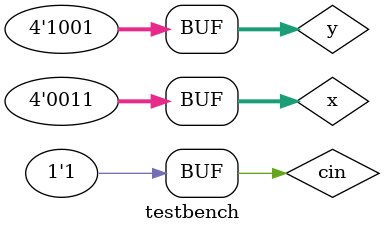
<source format=v>
`timescale 1ns/1ns
`include "bcdadder.v"

module testbench();

reg [3:0] x,y;
reg cin;
wire [3:0] s;
wire cout;

bcdadder b(x, y,cin, s, cout);
initial
begin
	$dumpfile("bcdadder.vcd");
	$dumpvars(0,testbench);
	
	x=4'b1000; y=4'b1000;cin=1'b0;
	#20;

	x=4'b0011; y=4'b0101;cin=1'b0;
	#20;

	x=4'b0100; y=4'b1000;cin=1'b1;
	#20;

	x=4'b0011; y=4'b1001;cin=1'b1;
	#20;
	
	$display("test complete");
end
endmodule

</source>
